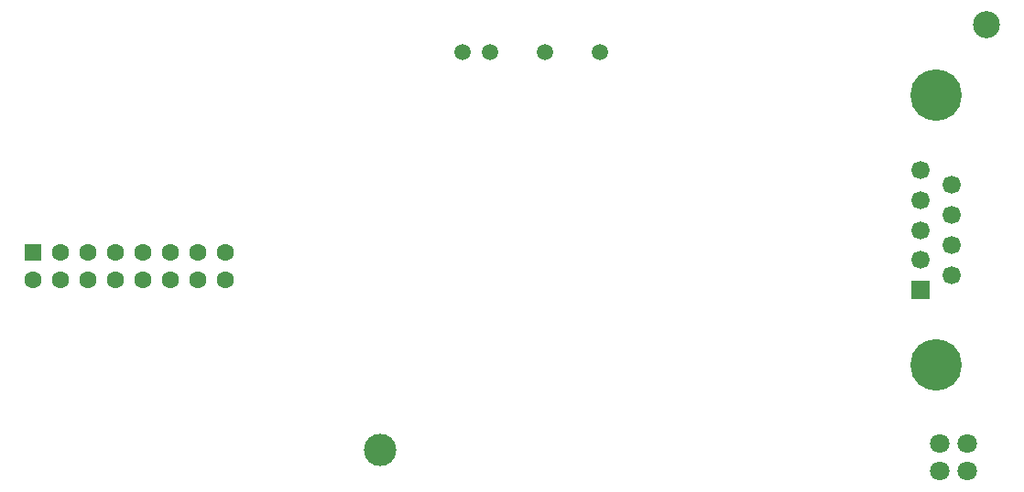
<source format=gbs>
G04 DipTrace 2.4.0.2*
%INDaughter-IsolatedRS2321.1.GBS*%
%MOMM*%
%ADD16C,1.5*%
%ADD25R,1.69X1.69*%
%ADD26C,1.69*%
%ADD27C,4.76*%
%ADD28C,1.6*%
%ADD29R,1.6X1.6*%
%ADD37C,1.8*%
%ADD40C,3.0*%
%ADD41C,2.5*%
%FSLAX53Y53*%
G04*
G71*
G90*
G75*
G01*
%LNBotMask*%
%LPD*%
D40*
X39000Y3600D3*
D41*
X95000Y43000D3*
D25*
X88970Y18460D3*
D26*
Y21230D3*
Y24000D3*
Y26770D3*
Y29540D3*
X91810Y19845D3*
Y22615D3*
Y25385D3*
Y28155D3*
D27*
X90390Y36495D3*
Y11505D3*
D28*
X6900Y19390D3*
D29*
Y21930D3*
D28*
X9440Y19390D3*
Y21930D3*
X11980Y19390D3*
Y21930D3*
X14520Y19390D3*
Y21930D3*
X17060Y19390D3*
Y21930D3*
X19600Y19390D3*
Y21930D3*
X22140Y19390D3*
Y21930D3*
X24680Y19390D3*
Y21930D3*
D16*
X46599Y40435D3*
X49139D3*
X54219D3*
X59299D3*
D37*
X93270Y1730D3*
X90730D3*
Y4270D3*
X93270D3*
M02*

</source>
